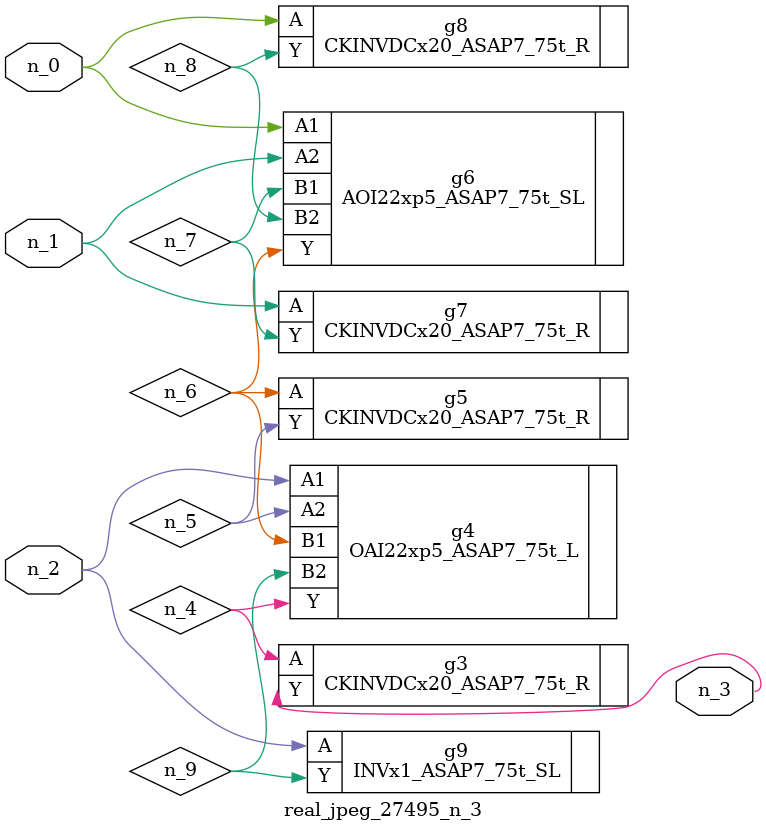
<source format=v>
module real_jpeg_27495_n_3 (n_1, n_0, n_2, n_3);

input n_1;
input n_0;
input n_2;

output n_3;

wire n_5;
wire n_8;
wire n_4;
wire n_6;
wire n_7;
wire n_9;

AOI22xp5_ASAP7_75t_SL g6 ( 
.A1(n_0),
.A2(n_1),
.B1(n_7),
.B2(n_8),
.Y(n_6)
);

CKINVDCx20_ASAP7_75t_R g8 ( 
.A(n_0),
.Y(n_8)
);

CKINVDCx20_ASAP7_75t_R g7 ( 
.A(n_1),
.Y(n_7)
);

OAI22xp5_ASAP7_75t_L g4 ( 
.A1(n_2),
.A2(n_5),
.B1(n_6),
.B2(n_9),
.Y(n_4)
);

INVx1_ASAP7_75t_SL g9 ( 
.A(n_2),
.Y(n_9)
);

CKINVDCx20_ASAP7_75t_R g3 ( 
.A(n_4),
.Y(n_3)
);

CKINVDCx20_ASAP7_75t_R g5 ( 
.A(n_6),
.Y(n_5)
);


endmodule
</source>
